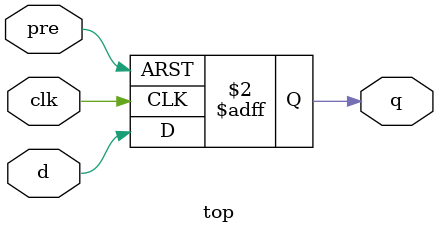
<source format=v>
module top(input clk, pre, d, output reg q);
	always @(posedge clk, posedge pre)
		if (pre)
			q <= 1'b1;
		else
			q <= d;
endmodule

</source>
